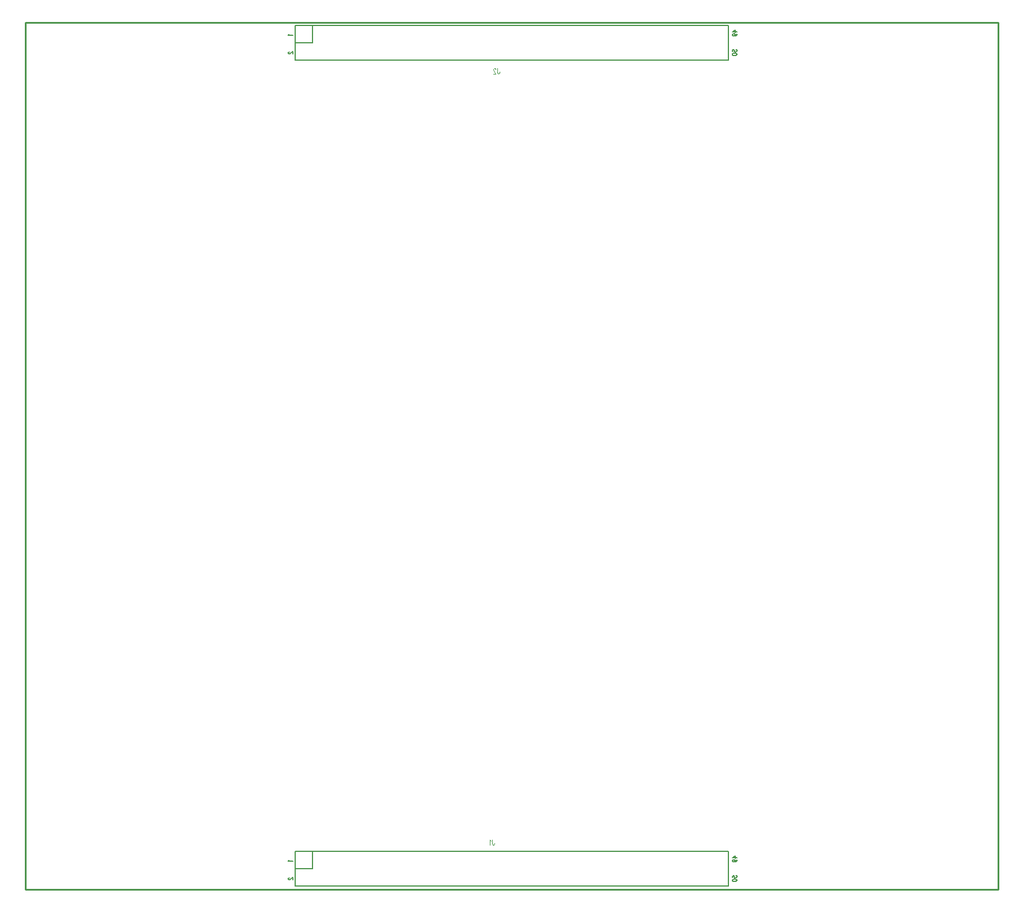
<source format=gbr>
*
*
G04 PADS Layout (Build Number 2005.266.2) generated Gerber (RS-274-X) file*
G04 PC Version=2.1*
*
%IN "cecs_module_relay_1031."*%
*
%MOMM*%
*
%FSLAX35Y35*%
*
*
*
*
G04 PC Standard Apertures*
*
*
G04 Thermal Relief Aperture macro.*
%AMTER*
1,1,$1,0,0*
1,0,$1-$2,0,0*
21,0,$3,$4,0,0,45*
21,0,$3,$4,0,0,135*
%
*
*
G04 Annular Aperture macro.*
%AMANN*
1,1,$1,0,0*
1,0,$2,0,0*
%
*
*
G04 Odd Aperture macro.*
%AMODD*
1,1,$1,0,0*
1,0,$1-0.005,0,0*
%
*
*
G04 PC Custom Aperture Macros*
*
*
*
*
*
*
G04 PC Aperture Table*
*
%ADD012C,0.1524*%
%ADD056C,0.1*%
%ADD058C,0.254*%
*
*
*
*
G04 PC Custom Flashes*
G04 Layer Name cecs_module_relay_1031. - flashes*
%LPD*%
*
*
G04 PC Circuitry*
G04 Layer Name cecs_module_relay_1031. - circuitry*
%LPD*%
*
G54D12*
G01X29355000Y13254000D02*
Y12746000D01*
X35705000*
Y13254000*
X29355000*
Y13000000D02*
X29609000D01*
Y13254000*
X29269275Y13127000D02*
X29266100Y13122382D01*
X29256575Y13115455*
X29256575D02*
X29323250D01*
X29272450Y12870691D02*
X29269275D01*
X29262925Y12868382*
X29259750Y12866073*
X29256575Y12861455*
X29256575D02*
Y12852218D01*
X29259750Y12847600*
X29262925Y12845291*
X29269275Y12842982*
X29275625*
X29281975Y12845291*
X29291500Y12849909*
X29323250Y12873000*
Y12840673*
X35765325Y13167409D02*
X35809775Y13190500D01*
Y13155864*
X35765325Y13167409D02*
X35832000D01*
X35787550Y13105064D02*
X35797075Y13107373D01*
X35803425Y13111991*
X35806600Y13118918*
Y13121227*
X35803425Y13128155*
X35803425D02*
X35797075Y13132773D01*
X35787550Y13135082*
X35784375*
X35774850Y13132773*
X35768500Y13128155*
X35768500D02*
X35765325Y13121227D01*
Y13118918*
X35768500Y13111991*
X35774850Y13107373*
X35787550Y13105064*
X35803425*
X35819300Y13107373*
X35828825Y13111991*
X35832000Y13118918*
Y13123536*
X35828825Y13130464*
X35822475Y13132773*
X35765325Y12874732D02*
Y12897823D01*
X35793900Y12900132*
X35790725Y12897823*
X35787550Y12890895*
Y12883968*
X35790725Y12877041*
X35797075Y12872423*
X35806600Y12870114*
X35812950Y12872423*
X35822475Y12874732*
X35828825Y12879350*
X35832000Y12886277*
Y12893205*
X35832000D02*
X35828825Y12900132D01*
X35825650Y12902441*
X35819300Y12904750*
X35765325Y12835477D02*
X35768500Y12842405D01*
X35768500D02*
X35778025Y12847023D01*
X35793900Y12849332*
X35803425*
X35819300Y12847023*
X35828825Y12842405*
X35828825D02*
X35832000Y12835477D01*
Y12830859*
X35828825Y12823932*
X35819300Y12819314*
X35803425Y12817005*
X35803425D02*
X35793900D01*
X35793900D02*
X35778025Y12819314D01*
X35768500Y12823932*
X35765325Y12830859*
Y12835477*
X29355000Y25354000D02*
Y24846000D01*
X35705000*
Y25354000*
X29355000*
Y25100000D02*
X29609000D01*
Y25354000*
X29269275Y25227000D02*
X29266100Y25222382D01*
X29256575Y25215455*
X29256575D02*
X29323250D01*
X29272450Y24970691D02*
X29269275D01*
X29262925Y24968382*
X29259750Y24966073*
X29256575Y24961455*
X29256575D02*
Y24952218D01*
X29259750Y24947600*
X29262925Y24945291*
X29269275Y24942982*
X29275625*
X29281975Y24945291*
X29291500Y24949909*
X29323250Y24973000*
Y24940673*
X35765325Y25267409D02*
X35809775Y25290500D01*
Y25255864*
X35765325Y25267409D02*
X35832000D01*
X35787550Y25205064D02*
X35797075Y25207373D01*
X35803425Y25211991*
X35806600Y25218918*
Y25221227*
X35803425Y25228155*
X35803425D02*
X35797075Y25232773D01*
X35787550Y25235082*
X35784375*
X35774850Y25232773*
X35768500Y25228155*
X35768500D02*
X35765325Y25221227D01*
Y25218918*
X35768500Y25211991*
X35774850Y25207373*
X35787550Y25205064*
X35803425*
X35819300Y25207373*
X35828825Y25211991*
X35832000Y25218918*
Y25223536*
X35828825Y25230464*
X35822475Y25232773*
X35765325Y24974732D02*
Y24997823D01*
X35793900Y25000132*
X35790725Y24997823*
X35787550Y24990895*
Y24983968*
X35790725Y24977041*
X35797075Y24972423*
X35806600Y24970114*
X35812950Y24972423*
X35822475Y24974732*
X35828825Y24979350*
X35832000Y24986277*
Y24993205*
X35832000D02*
X35828825Y25000132D01*
X35825650Y25002441*
X35819300Y25004750*
X35765325Y24935477D02*
X35768500Y24942405D01*
X35768500D02*
X35778025Y24947023D01*
X35793900Y24949332*
X35803425*
X35819300Y24947023*
X35828825Y24942405*
X35828825D02*
X35832000Y24935477D01*
Y24930859*
X35828825Y24923932*
X35819300Y24919314*
X35803425Y24917005*
X35803425D02*
X35793900D01*
X35793900D02*
X35778025Y24919314D01*
X35768500Y24923932*
X35765325Y24930859*
Y24935477*
G54D56*
X32247727Y13428750D02*
Y13368750D01*
X32250455Y13357500*
X32253182Y13353750*
X32258636Y13350000*
X32264091*
X32269545Y13353750*
X32269545D02*
X32272273Y13357500D01*
X32275000Y13368750*
Y13376250*
X32223182Y13413750D02*
X32217727Y13417500D01*
X32209545Y13428750*
X32209545D02*
Y13350000D01*
X32322727Y24728750D02*
Y24668750D01*
X32325455Y24657500*
X32325455D02*
X32328182Y24653750D01*
X32333636Y24650000*
X32339091*
X32344545Y24653750*
X32347273Y24657500*
X32350000Y24668750*
Y24676250*
X32295455Y24710000D02*
Y24713750D01*
X32295455D02*
X32292727Y24721250D01*
X32290000Y24725000*
X32284545Y24728750*
X32273636*
X32268182Y24725000*
X32265455Y24721250*
X32265455D02*
X32262727Y24713750D01*
Y24706250*
X32265455Y24698750*
X32265455D02*
X32270909Y24687500D01*
X32298182Y24650000*
X32260000*
G54D58*
X25400000Y12700000D02*
Y25400000D01*
X39660000*
Y12700000*
X25400000*
X0Y0D02*
M02*

</source>
